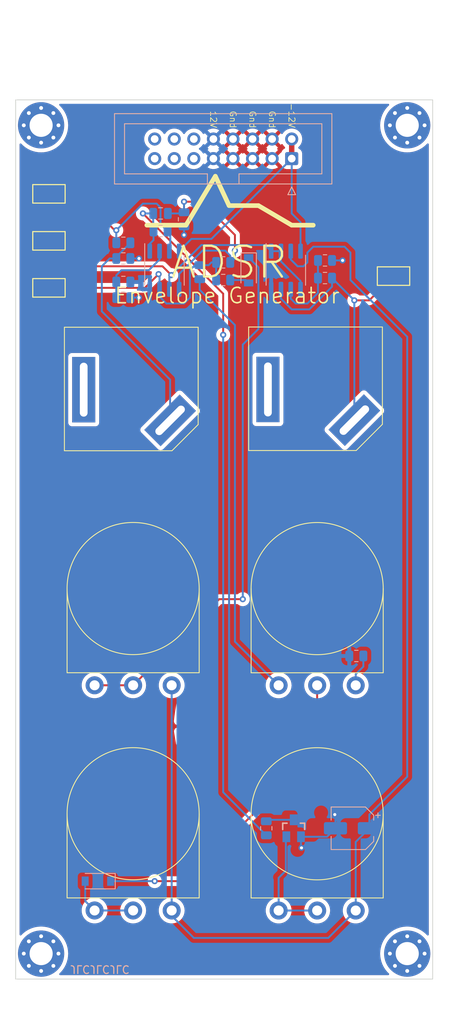
<source format=kicad_pcb>
(kicad_pcb (version 20211014) (generator pcbnew)
  (layers (0 "F.Cu" signal) (31 "B.Cu" signal) (34 "B.Paste" user) (35 "F.Paste" user) (36 "B.SilkS" user "B.Silkscreen") (37 "F.SilkS" user "F.Silkscreen") (38 "B.Mask" user) (39 "F.Mask" user) (44 "Edge.Cuts" user))
  (net 0 "")
  (net 1 "Net-(C1-Pad1)")
  (net 2 "Net-(C1-Pad2)")
  (net 3 "-12V")
  (net 4 "GND")
  (net 5 "+12V")
  (net 12 "GATE")
  (net 13 "ENVELOPE_OUT")
  (net 14 "Net-(Q1-Pad2)")
  (net 15 "Net-(Q1-Pad3)")
  (net 16 "/ATTACK_PHASE")
  (net 17 "Net-(R3-Pad2)")
  (net 18 "Net-(R10-Pad2)")
  (net 19 "Net-(R10-Pad1)")
  (net 20 "Net-(R11-Pad2)")
  (net 21 "Net-(R12-Pad1)")
  (net 22 "Net-(C2-Pad1)")
  (net 23 "Net-(TP3-Pad1)")
  (net 24 "Net-(RV2-Pad2)")
  (net 25 "Net-(R9-Pad1)")
  (net 26 "Net-(RV3-Pad2)")
  (net 27 "Net-(RV4-Pad2)")
  (footprint "MountingHole:MountingHole_3mm_Pad_Via" (layer "F.Cu") (at 257.81 41.656)
    (fp_text reference "REF**" hide)
    (fp_text value "MountingHole_3mm_Pad_Via" hide)
    (pad "1" thru_hole circle locked (at 2.25 0) (size 0.8 0.8) (drill 0.5) (layers *.Cu *.Mask))
    (pad "1" thru_hole circle locked (at 1.59099 -1.59099) (size 0.8 0.8) (drill 0.5) (layers *.Cu *.Mask))
    (pad "1" thru_hole circle locked (at 0 -2.25) (size 0.8 0.8) (drill 0.5) (layers *.Cu *.Mask))
    (pad "1" thru_hole circle locked (at 1.59099 1.59099) (size 0.8 0.8) (drill 0.5) (layers *.Cu *.Mask))
    (pad "1" thru_hole circle locked (at 0 2.25) (size 0.8 0.8) (drill 0.5) (layers *.Cu *.Mask))
    (pad "1" thru_hole circle locked (at -2.25 0) (size 0.8 0.8) (drill 0.5) (layers *.Cu *.Mask))
    (pad "1" thru_hole circle locked (at 0 0) (size 6 6) (drill 3) (layers *.Cu *.Mask))
    (pad "1" thru_hole circle locked (at -1.59099 -1.59099) (size 0.8 0.8) (drill 0.5) (layers *.Cu *.Mask))
    (pad "1" thru_hole circle locked (at -1.59099 1.59099) (size 0.8 0.8) (drill 0.5) (layers *.Cu *.Mask))
  )
  (footprint "Potentiometer_THT:Potentiometer_Omeg_PC16BU_Vertical" (layer "F.Cu") (at 251.126 143.51 90)
    (fp_text reference "RV1" hide)
    (fp_text value "R_Potentiometer_US" hide)
    (fp_line (start 1.63 -13.57) (end 1.63 3.57) (layer "F.SilkS") (width 0.12))
    (fp_line (start 1.63 -13.57) (end 12.55 -13.57) (layer "F.SilkS") (width 0.12))
    (fp_line (start 1.63 3.57) (end 12.55 3.57) (layer "F.SilkS") (width 0.12))
    (fp_circle (center 12.55 -5) (end 21.12 -5) (layer "F.SilkS") (width 0.12) (fill none))
    (pad "1" thru_hole circle (at 0 0 90) (size 2.34 2.34) (drill 1.3) (layers *.Cu *.Mask) (net 22 "Net-(C2-Pad1)"))
    (pad "2" thru_hole circle (at 0 -5 90) (size 2.34 2.34) (drill 1.3) (layers *.Cu *.Mask) (net 15 "Net-(Q1-Pad3)"))
    (pad "3" thru_hole circle (at 0 -10 90) (size 2.34 2.34) (drill 1.3) (layers *.Cu *.Mask) (net 15 "Net-(Q1-Pad3)"))
  )
  (footprint "MountingHole:MountingHole_3mm_Pad_Via" (layer "F.Cu") (at 257.81 149.098)
    (fp_text reference "REF**" hide)
    (fp_text value "MountingHole_3mm_Pad_Via" hide)
    (pad "1" thru_hole circle locked (at 0 0) (size 6 6) (drill 3) (layers *.Cu *.Mask))
    (pad "1" thru_hole circle locked (at 2.25 0) (size 0.8 0.8) (drill 0.5) (layers *.Cu *.Mask))
    (pad "1" thru_hole circle locked (at 0 -2.25) (size 0.8 0.8) (drill 0.5) (layers *.Cu *.Mask))
    (pad "1" thru_hole circle locked (at -1.59099 -1.59099) (size 0.8 0.8) (drill 0.5) (layers *.Cu *.Mask))
    (pad "1" thru_hole circle locked (at -1.59099 1.59099) (size 0.8 0.8) (drill 0.5) (layers *.Cu *.Mask))
    (pad "1" thru_hole circle locked (at 1.59099 -1.59099) (size 0.8 0.8) (drill 0.5) (layers *.Cu *.Mask))
    (pad "1" thru_hole circle locked (at -2.25 0) (size 0.8 0.8) (drill 0.5) (layers *.Cu *.Mask))
    (pad "1" thru_hole circle locked (at 1.59099 1.59099) (size 0.8 0.8) (drill 0.5) (layers *.Cu *.Mask))
    (pad "1" thru_hole circle locked (at 0 2.25) (size 0.8 0.8) (drill 0.5) (layers *.Cu *.Mask))
  )
  (footprint "Potentiometer_THT:Potentiometer_Omeg_PC16BU_Vertical" (layer "F.Cu") (at 227.25 143.504 90)
    (fp_text reference "RV4" hide)
    (fp_text value "R_Potentiometer_US" hide)
    (fp_line (start 1.63 -13.57) (end 1.63 3.57) (layer "F.SilkS") (width 0.12))
    (fp_line (start 1.63 3.57) (end 12.55 3.57) (layer "F.SilkS") (width 0.12))
    (fp_line (start 1.63 -13.57) (end 12.55 -13.57) (layer "F.SilkS") (width 0.12))
    (fp_circle (center 12.55 -5) (end 21.12 -5) (layer "F.SilkS") (width 0.12) (fill none))
    (pad "1" thru_hole circle (at 0 0 90) (size 2.34 2.34) (drill 1.3) (layers *.Cu *.Mask) (net 22 "Net-(C2-Pad1)"))
    (pad "2" thru_hole circle (at 0 -5 90) (size 2.34 2.34) (drill 1.3) (layers *.Cu *.Mask) (net 27 "Net-(RV4-Pad2)"))
    (pad "3" thru_hole circle (at 0 -10 90) (size 2.34 2.34) (drill 1.3) (layers *.Cu *.Mask) (net 27 "Net-(RV4-Pad2)"))
  )
  (footprint "LIBRARY-8-bit-computer:ACJS-MV35-3S-audio-jack" (layer "F.Cu") (at 245.364 75.184)
    (fp_text reference "J3" hide)
    (fp_text value "Conn_01x01" hide)
    (fp_line (start -8.128 8.655) (end 5.825 8.655) (layer "F.SilkS") (width 0.12))
    (fp_line (start 9.225 -7.366) (end -8.128 -7.366) (layer "F.SilkS") (width 0.12))
    (fp_line (start -8.128 -7.366) (end -8.128 8.655) (layer "F.SilkS") (width 0.12))
    (fp_line (start 9.225 5.265) (end 9.225 -7.366) (layer "F.SilkS") (width 0.12))
    (fp_line (start 5.825 8.655) (end 9.225 5.255) (layer "F.SilkS") (width 0.12))
    (pad "" thru_hole rect (at -5.625 0.733) (size 3 8.5) (drill oval 1 7) (layers *.Cu *.Mask))
    (pad "1" thru_hole rect (at 5.585 4.715 315) (size 3 6.5) (drill oval 1 5) (layers *.Cu *.Mask) (net 13 "ENVELOPE_OUT"))
  )
  (footprint "TestPoint:TestPoint_Keystone_5019_Minature" (layer "F.Cu") (at 211.328 50.546)
    (fp_text reference "TP1" hide)
    (fp_text value "TestPoint" hide)
    (fp_line (start 2.1 1.2) (end -2.1 1.2) (layer "F.SilkS") (width 0.15))
    (fp_line (start -2.1 1.2) (end -2.1 -1.2) (layer "F.SilkS") (width 0.15))
    (fp_line (start 2.1 -1.2) (end 2.1 1.2) (layer "F.SilkS") (width 0.15))
    (fp_line (start -2.1 -1.2) (end 2.1 -1.2) (layer "F.SilkS") (width 0.15))
    (pad "1" smd rect locked (at 0 0) (size 3.8 2) (layers "F.Cu" "F.Paste" "F.Mask") (net 16 "/ATTACK_PHASE"))
  )
  (footprint "TestPoint:TestPoint_Keystone_5019_Minature" (layer "F.Cu") (at 256.032 61.214)
    (fp_text reference "TP4" hide)
    (fp_text value "TestPoint" hide)
    (fp_line (start -2.1 1.2) (end -2.1 -1.2) (layer "F.SilkS") (width 0.15))
    (fp_line (start 2.1 1.2) (end -2.1 1.2) (layer "F.SilkS") (width 0.15))
    (fp_line (start 2.1 -1.2) (end 2.1 1.2) (layer "F.SilkS") (width 0.15))
    (fp_line (start -2.1 -1.2) (end 2.1 -1.2) (layer "F.SilkS") (width 0.15))
    (pad "1" smd rect locked (at 0 0) (size 3.8 2) (layers "F.Cu" "F.Paste" "F.Mask") (net 13 "ENVELOPE_OUT"))
  )
  (footprint "LIBRARY-8-bit-computer:ACJS-MV35-3S-audio-jack" (layer "F.Cu") (at 221.463 75.214)
    (fp_text reference "J2" hide)
    (fp_text value "Conn_01x01" hide)
    (fp_line (start 9.225 -7.366) (end -8.128 -7.366) (layer "F.SilkS") (width 0.12))
    (fp_line (start 5.825 8.655) (end 9.225 5.255) (layer "F.SilkS") (width 0.12))
    (fp_line (start -8.128 8.655) (end 5.825 8.655) (layer "F.SilkS") (width 0.12))
    (fp_line (start -8.128 -7.366) (end -8.128 8.655) (layer "F.SilkS") (width 0.12))
    (fp_line (start 9.225 5.265) (end 9.225 -7.366) (layer "F.SilkS") (width 0.12))
    (pad "" thru_hole rect (at -5.625 0.733) (size 3 8.5) (drill oval 1 7) (layers *.Cu *.Mask))
    (pad "1" thru_hole rect (at 5.585 4.715 315) (size 3 6.5) (drill oval 1 5) (layers *.Cu *.Mask) (net 12 "GATE"))
  )
  (footprint "MountingHole:MountingHole_3mm_Pad_Via" (layer "F.Cu") (at 210.312 41.656)
    (fp_text reference "REF**" hide)
    (fp_text value "MountingHole_3mm_Pad_Via" hide)
    (pad "1" thru_hole circle locked (at -1.59099 -1.59099) (size 0.8 0.8) (drill 0.5) (layers *.Cu *.Mask))
    (pad "1" thru_hole circle locked (at 0 0) (size 6 6) (drill 3) (layers *.Cu *.Mask))
    (pad "1" thru_hole circle locked (at 2.25 0) (size 0.8 0.8) (drill 0.5) (layers *.Cu *.Mask))
    (pad "1" thru_hole circle locked (at 0 2.25) (size 0.8 0.8) (drill 0.5) (layers *.Cu *.Mask))
    (pad "1" thru_hole circle locked (at -1.59099 1.59099) (size 0.8 0.8) (drill 0.5) (layers *.Cu *.Mask))
    (pad "1" thru_hole circle locked (at 0 -2.25) (size 0.8 0.8) (drill 0.5) (layers *.Cu *.Mask))
    (pad "1" thru_hole circle locked (at 1.59099 -1.59099) (size 0.8 0.8) (drill 0.5) (layers *.Cu *.Mask))
    (pad "1" thru_hole circle locked (at -2.25 0) (size 0.8 0.8) (drill 0.5) (layers *.Cu *.Mask))
    (pad "1" thru_hole circle locked (at 1.59099 1.59099) (size 0.8 0.8) (drill 0.5) (layers *.Cu *.Mask))
  )
  (footprint "MountingHole:MountingHole_3mm_Pad_Via" (layer "F.Cu") (at 210.312 149.098)
    (fp_text reference "REF**" hide)
    (fp_text value "MountingHole_3mm_Pad_Via" hide)
    (pad "1" thru_hole circle locked (at -1.59099 1.59099) (size 0.8 0.8) (drill 0.5) (layers *.Cu *.Mask))
    (pad "1" thru_hole circle locked (at 0 0) (size 6 6) (drill 3) (layers *.Cu *.Mask))
    (pad "1" thru_hole circle locked (at 1.59099 1.59099) (size 0.8 0.8) (drill 0.5) (layers *.Cu *.Mask))
    (pad "1" thru_hole circle locked (at 2.25 0) (size 0.8 0.8) (drill 0.5) (layers *.Cu *.Mask))
    (pad "1" thru_hole circle locked (at -2.25 0) (size 0.8 0.8) (drill 0.5) (layers *.Cu *.Mask))
    (pad "1" thru_hole circle locked (at 0 2.25) (size 0.8 0.8) (drill 0.5) (layers *.Cu *.Mask))
    (pad "1" thru_hole circle locked (at 1.59099 -1.59099) (size 0.8 0.8) (drill 0.5) (layers *.Cu *.Mask))
    (pad "1" thru_hole circle locked (at -1.59099 -1.59099) (size 0.8 0.8) (drill 0.5) (layers *.Cu *.Mask))
    (pad "1" thru_hole circle locked (at 0 -2.25) (size 0.8 0.8) (drill 0.5) (layers *.Cu *.Mask))
  )
  (footprint "TestPoint:TestPoint_Keystone_5019_Minature" (layer "F.Cu") (at 211.328 56.642)
    (fp_text reference "TP3" hide)
    (fp_text value "TestPoint" hide)
    (fp_line (start 2.1 1.2) (end -2.1 1.2) (layer "F.SilkS") (width 0.15))
    (fp_line (start 2.1 -1.2) (end 2.1 1.2) (layer "F.SilkS") (width 0.15))
    (fp_line (start -2.1 -1.2) (end 2.1 -1.2) (layer "F.SilkS") (width 0.15))
    (fp_line (start -2.1 1.2) (end -2.1 -1.2) (layer "F.SilkS") (width 0.15))
    (pad "1" smd rect locked (at 0 0) (size 3.8 2) (layers "F.Cu" "F.Paste" "F.Mask") (net 23 "Net-(TP3-Pad1)"))
  )
  (footprint "TestPoint:TestPoint_Keystone_5019_Minature" (layer "F.Cu") (at 211.328 62.738)
    (fp_text reference "TP2" hide)
    (fp_text value "TestPoint" hide)
    (fp_line (start -2.1 -1.2) (end 2.1 -1.2) (layer "F.SilkS") (width 0.15))
    (fp_line (start 2.1 1.2) (end -2.1 1.2) (layer "F.SilkS") (width 0.15))
    (fp_line (start -2.1 1.2) (end -2.1 -1.2) (layer "F.SilkS") (width 0.15))
    (fp_line (start 2.1 -1.2) (end 2.1 1.2) (layer "F.SilkS") (width 0.15))
    (pad "1" smd rect locked (at 0 0) (size 3.8 2) (layers "F.Cu" "F.Paste" "F.Mask") (net 18 "Net-(R10-Pad2)"))
  )
  (footprint "Potentiometer_THT:Potentiometer_Omeg_PC16BU_Vertical" (layer "F.Cu") (at 227.25 114.294 90)
    (fp_text reference "RV2" hide)
    (fp_text value "R_Potentiometer_US" hide)
    (fp_line (start 1.63 -13.57) (end 12.55 -13.57) (layer "F.SilkS") (width 0.12))
    (fp_line (start 1.63 -13.57) (end 1.63 3.57) (layer "F.SilkS") (width 0.12))
    (fp_line (start 1.63 3.57) (end 12.55 3.57) (layer "F.SilkS") (width 0.12))
    (fp_circle (center 12.55 -5) (end 21.12 -5) (layer "F.SilkS") (width 0.12) (fill none))
    (pad "1" thru_hole circle (at 0 0 90) (size 2.34 2.34) (drill 1.3) (layers *.Cu *.Mask) (net 22 "Net-(C2-Pad1)"))
    (pad "2" thru_hole circle (at 0 -5 90) (size 2.34 2.34) (drill 1.3) (layers *.Cu *.Mask) (net 24 "Net-(RV2-Pad2)"))
    (pad "3" thru_hole circle (at 0 -10 90) (size 2.34 2.34) (drill 1.3) (layers *.Cu *.Mask) (net 24 "Net-(RV2-Pad2)"))
  )
  (footprint "Potentiometer_THT:Potentiometer_Omeg_PC16BU_Vertical" (layer "F.Cu") (at 251.126 114.3 90)
    (fp_text reference "RV3" hide)
    (fp_text value "R_Potentiometer_US" hide)
    (fp_line (start 1.63 -13.57) (end 12.55 -13.57) (layer "F.SilkS") (width 0.12))
    (fp_line (start 1.63 3.57) (end 12.55 3.57) (layer "F.SilkS") (width 0.12))
    (fp_line (start 1.63 -13.57) (end 1.63 3.57) (layer "F.SilkS") (width 0.12))
    (fp_circle (center 12.55 -5) (end 21.12 -5) (layer "F.SilkS") (width 0.12) (fill none))
    (pad "1" thru_hole circle (at 0 0 90) (size 2.34 2.34) (drill 1.3) (layers *.Cu *.Mask) (net 20 "Net-(R11-Pad2)"))
    (pad "2" thru_hole circle (at 0 -5 90) (size 2.34 2.34) (drill 1.3) (layers *.Cu *.Mask) (net 26 "Net-(RV3-Pad2)"))
    (pad "3" thru_hole circle (at 0 -10 90) (size 2.34 2.34) (drill 1.3) (layers *.Cu *.Mask) (net 19 "Net-(R10-Pad1)"))
  )
  (footprint "Resistor_SMD:R_0805_2012Metric" (layer "B.Cu") (at 228.854 53.848 90)
    (fp_text reference "R6" hide)
    (fp_text value "R_Small_US" hide)
    (fp_line (start -0.227064 -0.735) (end 0.227064 -0.735) (layer "B.SilkS") (width 0.12))
    (fp_line (start -0.227064 0.735) (end 0.227064 0.735) (layer "B.SilkS") (width 0.12))
    (pad "1" smd roundrect (at -0.9125 0 90) (size 1.025 1.4) (layers "B.Cu" "B.Paste" "B.Mask") (roundrect_rratio 0.243902439) (net 4 "GND"))
    (pad "2" smd roundrect (at 0.9125 0 90) (size 1.025 1.4) (layers "B.Cu" "B.Paste" "B.Mask") (roundrect_rratio 0.243902439) (net 2 "Net-(C1-Pad2)"))
  )
  (footprint "Capacitor_SMD:CP_Elec_5x5.4" (layer "B.Cu") (at 250.698 132.842 180)
    (fp_text reference "C2" hide)
    (fp_text value "C_Polarized_Small_US" hide)
    (fp_line (start -1.695563 -2.76) (end 2.76 -2.76) (layer "B.SilkS") (width 0.12))
    (fp_line (start 2.76 -2.76) (end 2.76 -1.06) (layer "B.SilkS") (width 0.12))
    (fp_line (start -2.76 -1.695563) (end -2.76 -1.06) (layer "B.SilkS") (width 0.12))
    (fp_line (start -3.3125 1.9975) (end -3.3125 1.3725) (layer "B.SilkS") (width 0.12))
    (fp_line (start -2.76 1.695563) (end -2.76 1.06) (layer "B.SilkS") (width 0.12))
    (fp_line (start -2.76 1.695563) (end -1.695563 2.76) (layer "B.SilkS") (width 0.12))
    (fp_line (start -3.625 1.685) (end -3 1.685) (layer "B.SilkS") (width 0.12))
    (fp_line (start -1.695563 2.76) (end 2.76 2.76) (layer "B.SilkS") (width 0.12))
    (fp_line (start -2.76 -1.695563) (end -1.695563 -2.76) (layer "B.SilkS") (width 0.12))
    (fp_line (start 2.76 2.76) (end 2.76 1.06) (layer "B.SilkS") (width 0.12))
    (pad "1" smd roundrect locked (at -2.2 0 180) (size 3 1.6) (layers "B.Cu" "B.Paste" "B.Mask") (roundrect_rratio 0.15625) (net 22 "Net-(C2-Pad1)"))
    (pad "2" smd roundrect locked (at 2.2 0 180) (size 3 1.6) (layers "B.Cu" "B.Paste" "B.Mask") (roundrect_rratio 0.15625) (net 4 "GND"))
  )
  (footprint "Capacitor_SMD:C_0805_2012Metric" (layer "B.Cu") (at 225.806 53.086)
    (fp_text reference "C1" hide)
    (fp_text value "C" hide)
    (fp_line (start -0.261252 -0.735) (end 0.261252 -0.735) (layer "B.SilkS") (width 0.12))
    (fp_line (start -0.261252 0.735) (end 0.261252 0.735) (layer "B.SilkS") (width 0.12))
    (pad "1" smd roundrect locked (at -0.95 0) (size 1 1.45) (layers "B.Cu" "B.Paste" "B.Mask") (net 1 "Net-(C1-Pad1)"))
    (pad "2" smd roundrect locked (at 0.95 0) (size 1 1.45) (layers "B.Cu" "B.Paste" "B.Mask") (net 2 "Net-(C1-Pad2)"))
  )
  (footprint "Resistor_SMD:R_0805_2012Metric" (layer "B.Cu") (at 239.522 132.842 -90)
    (fp_text reference "R8" hide)
    (fp_text value "R_Small_US" hide)
    (fp_line (start -0.227064 0.735) (end 0.227064 0.735) (layer "B.SilkS") (width 0.12))
    (fp_line (start -0.227064 -0.735) (end 0.227064 -0.735) (layer "B.SilkS") (width 0.12))
    (pad "1" smd roundrect (at -0.9125 0 270) (size 1.025 1.4) (layers "B.Cu" "B.Paste" "B.Mask") (roundrect_rratio 0.243902439) (net 14 "Net-(Q1-Pad2)"))
    (pad "2" smd roundrect (at 0.9125 0 270) (size 1.025 1.4) (layers "B.Cu" "B.Paste" "B.Mask") (roundrect_rratio 0.243902439) (net 1 "Net-(C1-Pad1)"))
  )
  (footprint "Diode_SMD:D_SOD-123" (layer "B.Cu") (at 217.678 139.7 180)
    (fp_text reference "D3" hide)
    (fp_text value "BAT43W-V" hide)
    (fp_line (start -2.25 -1) (end 1.65 -1) (layer "B.SilkS") (width 0.12))
    (fp_line (start -2.25 1) (end 1.65 1) (layer "B.SilkS") (width 0.12))
    (fp_line (start -2.25 1) (end -2.25 -1) (layer "B.SilkS") (width 0.12))
    (pad "1" smd rect locked (at -1.65 0 180) (size 0.9 1.2) (layers "B.Cu" "B.Paste" "B.Mask") (net 26 "Net-(RV3-Pad2)"))
    (pad "2" smd rect locked (at 1.65 0 180) (size 0.9 1.2) (layers "B.Cu" "B.Paste" "B.Mask") (net 27 "Net-(RV4-Pad2)"))
  )
  (footprint "Resistor_SMD:R_0805_2012Metric" (layer "B.Cu") (at 233.934 61.722 180)
    (fp_text reference "R9" hide)
    (fp_text value "R_Small_US" hide)
    (fp_line (start -0.227064 -0.735) (end 0.227064 -0.735) (layer "B.SilkS") (width 0.12))
    (fp_line (start -0.227064 0.735) (end 0.227064 0.735) (layer "B.SilkS") (width 0.12))
    (pad "1" smd roundrect (at -0.9125 0 180) (size 1.025 1.4) (layers "B.Cu" "B.Paste" "B.Mask") (roundrect_rratio 0.243902439) (net 25 "Net-(R9-Pad1)"))
    (pad "2" smd roundrect (at 0.9125 0 180) (size 1.025 1.4) (layers "B.Cu" "B.Paste" "B.Mask") (roundrect_rratio 0.243902439) (net 18 "Net-(R10-Pad2)"))
  )
  (footprint "Resistor_SMD:R_0805_2012Metric" (layer "B.Cu") (at 225.806 55.372 180)
    (fp_text reference "R5" hide)
    (fp_text value "R_Small_US" hide)
    (fp_line (start -0.227064 -0.735) (end 0.227064 -0.735) (layer "B.SilkS") (width 0.12))
    (fp_line (start -0.227064 0.735) (end 0.227064 0.735) (layer "B.SilkS") (width 0.12))
    (pad "1" smd roundrect (at -0.9125 0 180) (size 1.025 1.4) (layers "B.Cu" "B.Paste" "B.Mask") (roundrect_rratio 0.243902439) (net 16 "/ATTACK_PHASE"))
    (pad "2" smd roundrect (at 0.9125 0 180) (size 1.025 1.4) (layers "B.Cu" "B.Paste" "B.Mask") (roundrect_rratio 0.243902439) (net 1 "Net-(C1-Pad1)"))
  )
  (footprint "Resistor_SMD:R_0805_2012Metric" (layer "B.Cu") (at 233.934 59.436)
    (fp_text reference "R7" hide)
    (fp_text value "R_Small_US" hide)
    (fp_line (start -0.227064 -0.735) (end 0.227064 -0.735) (layer "B.SilkS") (width 0.12))
    (fp_line (start -0.227064 0.735) (end 0.227064 0.735) (layer "B.SilkS") (width 0.12))
    (pad "1" smd roundrect (at -0.9125 0) (size 1.025 1.4) (layers "B.Cu" "B.Paste" "B.Mask") (roundrect_rratio 0.243902439) (net 18 "Net-(R10-Pad2)"))
    (pad "2" smd roundrect (at 0.9125 0) (size 1.025 1.4) (layers "B.Cu" "B.Paste" "B.Mask") (roundrect_rratio 0.243902439) (net 2 "Net-(C1-Pad2)"))
  )
  (footprint "Resistor_SMD:R_0805_2012Metric" (layer "B.Cu") (at 230.886 60.706 90)
    (fp_text reference "R10" hide)
    (fp_text value "R_Small_US" hide)
    (fp_line (start -0.227064 -0.735) (end 0.227064 -0.735) (layer "B.SilkS") (width 0.12))
    (fp_line (start -0.227064 0.735) (end 0.227064 0.735) (layer "B.SilkS") (width 0.12))
    (pad "1" smd roundrect (at -0.9125 0 90) (size 1.025 1.4) (layers "B.Cu" "B.Paste" "B.Mask") (roundrect_rratio 0.243902439) (net 19 "Net-(R10-Pad1)"))
    (pad "2" smd roundrect (at 0.9125 0 90) (size 1.025 1.4) (layers "B.Cu" "B.Paste" "B.Mask") (roundrect_rratio 0.243902439) (net 18 "Net-(R10-Pad2)"))
  )
  (footprint "LIBRARY-8-bit-computer:SOT23-BEC_PNP" (layer "B.Cu") (at 243.078 132.842 180)
    (fp_text reference "Q1" hide)
    (fp_text value "BC556" hide)
    (fp_line (start 0.8636 0.6604) (end 1.4224 0.6604) (layer "B.SilkS") (width 0.2032))
    (fp_line (start -1.4224 -0.1524) (end -1.4224 0.6604) (layer "B.SilkS") (width 0.2032))
    (fp_line (start 1.4224 0.6604) (end 1.4224 -0.1524) (layer "B.SilkS") (width 0.2032))
    (fp_line (start -1.4224 0.6604) (end -0.8636 0.6604) (layer "B.SilkS") (width 0.2032))
    (pad "1" smd rect (at -0.95 -1.1 180) (size 1 1.4) (layers "B.Cu" "B.Paste" "B.Mask") (net 4 "GND"))
    (pad "2" smd rect (at 0 1.1 180) (size 1 1.4) (layers "B.Cu" "B.Paste" "B.Mask") (net 14 "Net-(Q1-Pad2)"))
    (pad "3" smd rect (at 0.95 -1.1 180) (size 1 1.4) (layers "B.Cu" "B.Paste" "B.Mask") (net 15 "Net-(Q1-Pad3)"))
  )
  (footprint "Package_SO:SOIC-8_3.9x4.9mm_P1.27mm" (layer "B.Cu") (at 226.314 60.452 -90)
    (fp_text reference "U1" hide)
    (fp_text value "MC1458" hide)
    (fp_line (start 0 -2.56) (end -1.95 -2.56) (layer "B.SilkS") (width 0.12))
    (fp_line (start 0 2.56) (end -3.45 2.56) (layer "B.SilkS") (width 0.12))
    (fp_line (start 0 -2.56) (end 1.95 -2.56) (layer "B.SilkS") (width 0.12))
    (fp_line (start 0 2.56) (end 1.95 2.56) (layer "B.SilkS") (width 0.12))
    (pad "1" smd roundrect locked (at -2.475 1.905 270) (size 1.95 0.6) (layers "B.Cu" "B.Paste" "B.Mask") (net 1 "Net-(C1-Pad1)"))
    (pad "2" smd roundrect locked (at -2.475 0.635 270) (size 1.95 0.6) (layers "B.Cu" "B.Paste" "B.Mask") (net 17 "Net-(R3-Pad2)"))
    (pad "3" smd roundrect locked (at -2.475 -0.635 270) (size 1.95 0.6) (layers "B.Cu" "B.Paste" "B.Mask") (net 16 "/ATTACK_PHASE"))
    (pad "4" smd roundrect locked (at -2.475 -1.905 270) (size 1.95 0.6) (layers "B.Cu" "B.Paste" "B.Mask") (net 3 "-12V"))
    (pad "5" smd roundrect locked (at 2.475 -1.905 270) (size 1.95 0.6) (layers "B.Cu" "B.Paste" "B.Mask") (net 2 "Net-(C1-Pad2)"))
    (pad "6" smd roundrect locked (at 2.475 -0.635 270) (size 1.95 0.6) (layers "B.Cu" "B.Paste" "B.Mask") (net 23 "Net-(TP3-Pad1)"))
    (pad "7" smd roundrect locked (at 2.475 0.635 270) (size 1.95 0.6) (layers "B.Cu" "B.Paste" "B.Mask") (net 18 "Net-(R10-Pad2)"))
    (pad "8" smd roundrect locked (at 2.475 1.905 270) (size 1.95 0.6) (layers "B.Cu" "B.Paste" "B.Mask") (net 5 "+12V"))
  )
  (footprint "Resistor_SMD:R_0805_2012Metric" (layer "B.Cu") (at 220.98 58.928)
    (fp_text reference "R1" hide)
    (fp_text value "R_Small_US" hide)
    (fp_line (start -0.227064 0.735) (end 0.227064 0.735) (layer "B.SilkS") (width 0.12))
    (fp_line (start -0.227064 -0.735) (end 0.227064 -0.735) (layer "B.SilkS") (width 0.12))
    (pad "1" smd roundrect (at -0.9125 0) (size 1.025 1.4) (layers "B.Cu" "B.Paste" "B.Mask") (roundrect_rratio 0.243902439) (net 12 "GATE"))
    (pad "2" smd roundrect (at 0.9125 0) (size 1.025 1.4) (layers "B.Cu" "B.Paste" "B.Mask") (roundrect_rratio 0.243902439) (net 4 "GND"))
  )
  (footprint "Resistor_SMD:R_0805_2012Metric" (layer "B.Cu") (at 247.142 59.182)
    (fp_text reference "R12" hide)
    (fp_text value "R_Small_US" hide)
    (fp_line (start -0.227064 0.735) (end 0.227064 0.735) (layer "B.SilkS") (width 0.12))
    (fp_line (start -0.227064 -0.735) (end 0.227064 -0.735) (layer "B.SilkS") (width 0.12))
    (pad "1" smd roundrect (at -0.9125 0) (size 1.025 1.4) (layers "B.Cu" "B.Paste" "B.Mask") (roundrect_rratio 0.243902439) (net 21 "Net-(R12-Pad1)"))
    (pad "2" smd roundrect (at 0.9125 0) (size 1.025 1.4) (layers "B.Cu" "B.Paste" "B.Mask") (roundrect_rratio 0.243902439) (net 4 "GND"))
  )
  (footprint "Resistor_SMD:R_0805_2012Metric" (layer "B.Cu") (at 220.98 56.896 180)
    (fp_text reference "R2" hide)
    (fp_text value "R_Small_US" hide)
    (fp_line (start -0.227064 0.735) (end 0.227064 0.735) (layer "B.SilkS") (width 0.12))
    (fp_line (start -0.227064 -0.735) (end 0.227064 -0.735) (layer "B.SilkS") (width 0.12))
    (pad "1" smd roundrect (at -0.9125 0 180) (size 1.025 1.4) (layers "B.Cu" "B.Paste" "B.Mask") (roundrect_rratio 0.243902439) (net 12 "GATE"))
    (pad "2" smd roundrect (at 0.9125 0 180) (size 1.025 1.4) (layers "B.Cu" "B.Paste" "B.Mask") (roundrect_rratio 0.243902439) (net 16 "/ATTACK_PHASE"))
  )
  (footprint "Resistor_SMD:R_0805_2012Metric" (layer "B.Cu") (at 251.206 110.49)
    (fp_text reference "R11" hide)
    (fp_text value "R_Small_US" hide)
    (fp_line (start -0.227064 -0.735) (end 0.227064 -0.735) (layer "B.SilkS") (width 0.12))
    (fp_line (start -0.227064 0.735) (end 0.227064 0.735) (layer "B.SilkS") (width 0.12))
    (pad "1" smd roundrect (at -0.9125 0) (size 1.025 1.4) (layers "B.Cu" "B.Paste" "B.Mask") (roundrect_rratio 0.243902439) (net 5 "+12V"))
    (pad "2" smd roundrect (at 0.9125 0) (size 1.025 1.4) (layers "B.Cu" "B.Paste" "B.Mask") (roundrect_rratio 0.243902439) (net 20 "Net-(R11-Pad2)"))
  )
  (footprint "Resistor_SMD:R_0805_2012Metric" (layer "B.Cu") (at 220.98 61.976)
    (fp_text reference "R4" hide)
    (fp_text value "R_Small_US" hide)
    (fp_line (start -0.227064 -0.735) (end 0.227064 -0.735) (layer "B.SilkS") (width 0.12))
    (fp_line (start -0.227064 0.735) (end 0.227064 0.735) (layer "B.SilkS") (width 0.12))
    (pad "1" smd roundrect (at -0.9125 0) (size 1.025 1.4) (layers "B.Cu" "B.Paste" "B.Mask") (roundrect_rratio 0.243902439) (net 17 "Net-(R3-Pad2)"))
    (pad "2" smd roundrect (at 0.9125 0) (size 1.025 1.4) (layers "B.Cu" "B.Paste" "B.Mask") (roundrect_rratio 0.243902439) (net 5 "+12V"))
  )
  (footprint "Diode_SMD:D_SOD-123" (layer "B.Cu") (at 237.236 60.452 -90)
    (fp_text reference "D2" hide)
    (fp_text value "BAT43W-V" hide)
    (fp_line (start -2.25 -1) (end 1.65 -1) (layer "B.SilkS") (width 0.12))
    (fp_line (start -2.25 1) (end -2.25 -1) (layer "B.SilkS") (width 0.12))
    (fp_line (start -2.25 1) (end 1.65 1) (layer "B.SilkS") (width 0.12))
    (pad "1" smd rect locked (at -1.65 0 270) (size 0.9 1.2) (layers "B.Cu" "B.Paste" "B.Mask") (net 24 "Net-(RV2-Pad2)"))
    (pad "2" smd rect locked (at 1.65 0 270) (size 0.9 1.2) (layers "B.Cu" "B.Paste" "B.Mask") (net 25 "Net-(R9-Pad1)"))
  )
  (footprint "Resistor_SMD:R_0805_2012Metric" (layer "B.Cu") (at 247.142 61.468 180)
    (fp_text reference "R13" hide)
    (fp_text value "R_Small_US" hide)
    (fp_line (start -0.227064 0.735) (end 0.227064 0.735) (layer "B.SilkS") (width 0.12))
    (fp_line (start -0.227064 -0.735) (end 0.227064 -0.735) (layer "B.SilkS") (width 0.12))
    (pad "1" smd roundrect (at -0.9125 0 180) (size 1.025 1.4) (layers "B.Cu" "B.Paste" "B.Mask") (roundrect_rratio 0.243902439) (net 13 "ENVELOPE_OUT"))
    (pad "2" smd roundrect (at 0.9125 0 180) (size 1.025 1.4) (layers "B.Cu" "B.Paste" "B.Mask") (roundrect_rratio 0.243902439) (net 21 "Net-(R12-Pad1)"))
  )
  (footprint "Resistor_SMD:R_0805_2012Metric" (layer "B.Cu") (at 220.98 64.008 180)
    (fp_text reference "R3" hide)
    (fp_text value "R_Small_US" hide)
    (fp_line (start -0.227064 0.735) (end 0.227064 0.735) (layer "B.SilkS") (width 0.12))
    (fp_line (start -0.227064 -0.735) (end 0.227064 -0.735) (layer "B.SilkS") (width 0.12))
    (pad "1" smd roundrect (at -0.9125 0 180) (size 1.025 1.4) (layers "B.Cu" "B.Paste" "B.Mask") (roundrect_rratio 0.243902439) (net 4 "GND"))
    (pad "2" smd roundrect (at 0.9125 0 180) (size 1.025 1.4) (layers "B.Cu" "B.Paste" "B.Mask") (roundrect_rratio 0.243902439) (net 17 "Net-(R3-Pad2)"))
  )
  (footprint "Connector_IDC:IDC-Header_2x08_P2.54mm_Vertical" (layer "B.Cu") (at 242.824 45.974 90)
    (fp_text reference "J1" hide)
    (fp_text value "Conn_02x20_Odd_Even" hide)
    (fp_line (start -1.98 -10.94) (end -3.29 -10.94) (layer "B.SilkS") (width 0.12))
    (fp_line (start -4.68 -0.5) (end -3.68 0) (layer "B.SilkS") (width 0.12))
    (fp_line (start -3.68 0) (end -4.68 0.5) (layer "B.SilkS") (width 0.12))
    (fp_line (start 5.83 5.21) (end 5.83 -22.99) (layer "B.SilkS") (width 0.12))
    (fp_line (start 4.52 -21.69) (end -1.98 -21.69) (layer "B.SilkS") (width 0.12))
    (fp_line (start -1.98 -10.94) (end -1.98 -10.94) (layer "B.SilkS") (width 0.12))
    (fp_line (start -3.29 -6.84) (end -1.98 -6.84) (layer "B.SilkS") (width 0.12))
    (fp_line (start -1.98 -6.84) (end -1.98 3.91) (layer "B.SilkS") (width 0.12))
    (fp_line (start -3.29 -22.99) (end -3.29 5.21) (layer "B.SilkS") (width 0.12))
    (fp_line (start 5.83 -22.99) (end -3.29 -22.99) (layer "B.SilkS") (width 0.12))
    (fp_line (start -1.98 -21.69) (end -1.98 -10.94) (layer "B.SilkS") (width 0.12))
    (fp_line (start 4.52 3.91) (end 4.52 -21.69) (layer "B.SilkS") (width 0.12))
    (fp_line (start -1.98 3.91) (end 4.52 3.91) (layer "B.SilkS") (width 0.12))
    (fp_line (start -3.29 5.21) (end 5.83 5.21) (layer "B.SilkS") (width 0.12))
    (fp_line (start -4.68 0.5) (end -4.68 -0.5) (layer "B.SilkS") (width 0.12))
    (pad "1" thru_hole roundrect locked (at 0 0 90) (size 1.7 1.7) (drill 1) (layers *.Cu *.Mask) (roundrect_rratio 0.1470588235) (net 3 "-12V"))
    (pad "2" thru_hole circle locked (at 2.54 0 90) (size 1.7 1.7) (drill 1) (layers *.Cu *.Mask) (net 3 "-12V"))
    (pad "3" thru_hole circle locked (at 0 -2.54 90) (size 1.7 1.7) (drill 1) (layers *.Cu *.Mask) (net 4 "GND"))
    (pad "4" thru_hole circle locked (at 2.54 -2.54 90) (size 1.7 1.7) (drill 1) (layers *.Cu *.Mask) (net 4 "GND"))
    (pad "5" thru_hole circle locked (at 0 -5.08 90) (size 1.7 1.7) (drill 1) (layers *.Cu *.Mask) (net 4 "GND"))
    (pad "6" thru_hole circle locked (at 2.54 -5.08 90) (size 1.7 1.7) (drill 1) (layers *.Cu *.Mask) (net 4 "GND"))
    (pad "7" thru_hole circle locked (at 0 -7.62 90) (size 1.7 1.7) (drill 1) (layers *.Cu *.Mask) (net 4 "GND"))
    (pad "8" thru_hole circle locked (at 2.54 -7.62 90) (size 1.7 1.7) (drill 1) (layers *.Cu *.Mask) (net 4 "GND"))
    (pad "9" thru_hole circle locked (at 0 -10.16 90) (size 1.7 1.7) (drill 1) (layers *.Cu *.Mask) (net 5 "+12V"))
    (pad "10" thru_hole circle locked (at 2.54 -10.16 90) (size 1.7 1.7) (drill 1) (layers *.Cu *.Mask) (net 5 "+12V"))
    (pad "11" thru_hole circle locked (at 0 -12.7 90) (size 1.7 1.7) (drill 1) (layers *.Cu *.Mask))
    (pad "12" thru_hole circle locked (at 2.54 -12.7 90) (size 1.7 1.7) (drill 1) (layers *.Cu *.Mask))
    (pad "13" thru_hole circle locked (at 0 -15.24 90) (size 1.7 1.7) (drill 1) (layers *.Cu *.Mask))
    (pad "14" thru_hole circle locked (at 2.54 -15.24 90) (size 1.7 1.7) (drill 1) (layers *.Cu *.Mask))
    (pad "15" thru_hole circle locked (at 0 -17.78 90) (size 1.7 1.7) (drill 1) (layers *.Cu *.Mask))
    (pad "16" thru_hole circle locked (at 2.54 -17.78 90) (size 1.7 1.7) (drill 1) (layers *.Cu *.Mask))
  )
  (footprint "Package_SO:SOIC-8_3.9x4.9mm_P1.27mm" (layer "B.Cu") (at 242.062 60.452 -90)
    (fp_text reference "U2" hide)
    (fp_text value "MC1458" hide)
    (fp_line (start 0 2.56) (end 1.95 2.56) (layer "B.SilkS") (width 0.12))
    (fp_line (start 0 2.56) (end -3.45 2.56) (layer "B.SilkS") (width 0.12))
    (fp_line (start 0 -2.56) (end 1.95 -2.56) (layer "B.SilkS") (width 0.12))
    (fp_line (start 0 -2.56) (end -1.95 -2.56) (layer "B.SilkS") (width 0.12))
    (pad "1" smd roundrect locked (at -2.475 1.905 270) (size 1.95 0.6) (layers "B.Cu" "B.Paste" "B.Mask") (net 23 "Net-(TP3-Pad1)"))
    (pad "2" smd roundrect locked (at -2.475 0.635 270) (size 1.95 0.6) (layers "B.Cu" "B.Paste" "B.Mask") (net 23 "Net-(TP3-Pad1)"))
    (pad "3" smd roundrect locked (at -2.475 -0.635 270) (size 1.95 0.6) (layers "B.Cu" "B.Paste" "B.Mask") (net 22 "Net-(C2-Pad1)"))
    (pad "4" smd roundrect locked (at -2.475 -1.905 270) (size 1.95 0.6) (layers "B.Cu" "B.Paste" "B.Mask") (net 3 "-12V"))
    (pad "5" smd roundrect locked (at 2.475 -1.905 270) (size 1.95 0.6) (layers "B.Cu" "B.Paste" "B.Mask") (net 23 "Net-(TP3-Pad1)"))
    (pad "6" smd roundrect locked (at 2.475 -0.635 270) (size 1.95 0.6) (layers "B.Cu" "B.Paste" "B.Mask") (net 21 "Net-(R12-Pad1)"))
    (pad "7" smd roundrect locked (at 2.475 0.635 270) (size 1.95 0.6) (layers "B.Cu" "B.Paste" "B.Mask") (net 13 "ENVELOPE_OUT"))
    (pad "8" smd roundrect locked (at 2.475 1.905 270) (size 1.95 0.6) (layers "B.Cu" "B.Paste" "B.Mask") (net 5 "+12V"))
  )
  (gr_line (start 234.696 52.07) (end 238.506 52.07) (layer "F.SilkS") (width 0.6))
  (gr_line (start 238.506 52.07) (end 242.824 54.61) (layer "F.SilkS") (width 0.6))
  (gr_line (start 226.314 54.61) (end 224.028 54.61) (layer "F.SilkS") (width 0.6))
  (gr_line (start 226.314 54.61) (end 229.108 54.61) (layer "F.SilkS") (width 0.6))
  (gr_line (start 229.108 54.61) (end 232.918 48.26) (layer "F.SilkS") (width 0.6))
  (gr_line (start 242.824 54.61) (end 245.618 54.61) (layer "F.SilkS") (width 0.6))
  (gr_line (start 232.918 48.26) (end 234.696 52.07) (layer "F.SilkS") (width 0.6))
  (gr_rect (start 207.01 38.354) (end 261.112 152.4) (layer "Edge.Cuts") (width 0.1) (fill none))
  (gr_text "JLCJLCJLC" (at 217.932 151.13 180) (layer "B.SilkS") (effects (font (size 1 1)) (justify mirror)))
  (gr_text "Envelope Generator" (at 234.442 63.754) (layer "F.SilkS") (effects (font (size 2 2) (thickness 0.2))))
  (gr_text "Gnd" (at 235.204 40.894 -90) (layer "F.SilkS") (effects (font (size 0.8 0.8) (thickness 0.1))))
  (gr_text "-12V" (at 242.824 40.386 -90) (layer "F.SilkS") (effects (font (size 0.8 0.8) (thickness 0.1))))
  (gr_text "Gnd" (at 237.744 40.894 -90) (layer "F.SilkS") (effects (font (size 0.8 0.8) (thickness 0.1))))
  (gr_text "Gnd" (at 240.284 40.894 -90) (layer "F.SilkS") (effects (font (size 0.8 0.8) (thickness 0.1))))
  (gr_text "12V" (at 232.664 40.894 -90) (layer "F.SilkS") (effects (font (size 0.8 0.8) (thickness 0.1))))
  (gr_text "ADSR" (at 234.696 59.436) (layer "F.SilkS") (effects (font (size 4 4) (thickness 0.3))))
  (segment (start 233.934 63.5) (end 233.934 68.834) (width 0.25) (layer "F.Cu") (net 1))
  (segment (start 223.52 53.086) (end 233.934 63.5) (width 0.25) (layer "F.Cu") (net 1))
  (via (at 223.52 53.086) (size 0.8) (drill 0.4) (layers "F.Cu" "B.Cu") (net 1))
  (via (at 233.934 68.834) (size 0.8) (drill 0.4) (layers "F.Cu" "B.Cu") (net 1))
  (segment (start 239.522 133.7545) (end 233.934 128.1665) (width 0.25) (layer "B.Cu") (net 1))
  (segment (start 224.856 53.086) (end 224.856 55.3345) (width 0.25) (layer "B.Cu") (net 1))
  (segment (start 223.52 53.086) (end 224.856 53.086) (width 0.25) (layer "B.Cu") (net 1))
  (segment (start 233.934 128.1665) (end 233.934 68.834) (width 0.25) (layer "B.Cu") (net 1))
  (segment (start 224.8935 56.5385) (end 224.8935 55.372) (width 0.25) (layer "B.Cu") (net 1))
  (segment (start 224.409 57.977) (end 224.409 57.023) (width 0.25) (layer "B.Cu") (net 1))
  (segment (start 224.409 57.023) (end 224.8935 56.5385) (width 0.25) (layer "B.Cu") (net 1))
  (segment (start 224.856 55.3345) (end 224.8935 55.372) (width 0.25) (layer "B.Cu") (net 1))
  (segment (start 235.458 55.88) (end 235.458 57.912) (width 0.25) (layer "F.Cu") (net 2))
  (segment (start 231.14 51.562) (end 235.458 55.88) (width 0.25) (layer "F.Cu") (net 2))
  (segment (start 228.854 51.562) (end 231.14 51.562) (width 0.25) (layer "F.Cu") (net 2))
  (via (at 228.854 51.562) (size 0.8) (drill 0.4) (layers "F.Cu" "B.Cu") (net 2))
  (via (at 235.458 57.912) (size 0.8) (drill 0.4) (layers "F.Cu" "B.Cu") (net 2))
  (segment (start 226.756 53.086) (end 228.7035 53.086) (width 0.25) (layer "B.Cu") (net 2))
  (segment (start 228.219 60.935507) (end 228.219 62.927) (width 0.25) (layer "B.Cu") (net 2))
  (segment (start 234.8465 59.436) (end 234.95 59.436) (width 0.25) (layer "B.Cu") (net 2))
  (segment (start 231.242507 57.912) (end 228.219 60.935507) (width 0.25) (layer "B.Cu") (net 2))
  (segment (start 234.188 57.912) (end 231.242507 57.912) (width 0.25) (layer "B.Cu") (net 2))
  (segment (start 228.854 51.562) (end 228.854 52.9355) (width 0.25) (layer "B.Cu") (net 2))
  (segment (start 234.8465 59.436) (end 234.8465 58.5705) (width 0.25) (layer "B.Cu") (net 2))
  (segment (start 235.458 58.928) (end 235.458 57.912) (width 0.25) (layer "B.Cu") (net 2))
  (segment (start 234.8465 58.5705) (end 234.188 57.912) (width 0.25) (layer "B.Cu") (net 2))
  (segment (start 228.7035 53.086) (end 228.854 52.9355) (width 0.25) (layer "B.Cu") (net 2))
  (segment (start 234.95 59.436) (end 235.458 58.928) (width 0.25) (layer "B.Cu") (net 2))
  (segment (start 242.824 45.9645) (end 242.824 43.4245) (width 0.7) (layer "F.Cu") (net 3))
  (segment (start 243.967 54.229) (end 242.824 53.086) (width 0.25) (layer "B.Cu") (net 3))
  (segment (start 228.219 57.977) (end 229.808 56.388) (width 0.25) (layer "B.Cu") (net 3))
  (segment (start 242.824 53.086) (end 242.824 45.974) (width 0.25) (layer "B.Cu") (net 3))
  (segment (start 232.41 56.388) (end 242.824 45.974) (width 0.25) (layer "B.Cu") (net 3))
  (segment (start 243.967 57.977) (end 243.967 54.229) (width 0.25) (layer "B.Cu") (net 3))
  (segment (start 229.808 56.388) (end 232.41 56.388) (width 0.25) (layer "B.Cu") (net 3))
  (via (at 228.854 55.88) (size 0.8) (drill 0.4) (layers "F.Cu" "B.Cu") (net 4))
  (via (at 248.412 131.064) (size 0.8) (drill 0.4) (layers "F.Cu" "B.Cu") (net 4))
  (via (at 244.094 135.382) (size 0.8) (drill 0.4) (layers "F.Cu" "B.Cu") (net 4))
  (via (at 223.012 58.928) (size 0.8) (drill 0.4) (layers "F.Cu" "B.Cu") (net 4))
  (via (at 223.012 64.008) (size 0.8) (drill 0.4) (layers "F.Cu" "B.Cu") (net 4))
  (via (at 249.428 59.182) (size 0.8) (drill 0.4) (layers "F.Cu" "B.Cu") (net 4))
  (segment (start 228.854 54.7605) (end 228.854 55.88) (width 0.25) (layer "B.Cu") (net 4))
  (segment (start 248.498 131.15) (end 248.412 131.064) (width 0.25) (layer "B.Cu") (net 4))
  (segment (start 248.0545 59.182) (end 249.428 59.182) (width 0.25) (layer "B.Cu") (net 4))
  (segment (start 244.028 135.316) (end 244.094 135.382) (width 0.25) (layer "B.Cu") (net 4))
  (segment (start 248.498 132.842) (end 248.498 131.15) (width 0.25) (layer "B.Cu") (net 4))
  (segment (start 221.8925 64.008) (end 223.012 64.008) (width 0.25) (layer "B.Cu") (net 4))
  (segment (start 244.028 133.942) (end 244.028 135.316) (width 0.25) (layer "B.Cu") (net 4))
  (segment (start 247.398 133.942) (end 248.498 132.842) (width 0.25) (layer "B.Cu") (net 4))
  (segment (start 244.028 133.942) (end 247.398 133.942) (width 0.25) (layer "B.Cu") (net 4))
  (segment (start 221.8925 58.928) (end 223.012 58.928) (width 0.25) (layer "B.Cu") (net 4))
  (segment (start 220.0675 58.721) (end 221.8925 56.896) (width 0.25) (layer "B.Cu") (net 12))
  (segment (start 220.0675 58.928) (end 219.202 58.928) (width 0.25) (layer "B.Cu") (net 12))
  (segment (start 227.048 74.648) (end 227.048 79.929) (width 0.25) (layer "B.Cu") (net 12))
  (segment (start 219.202 58.928) (end 218.186 59.944) (width 0.25) (layer "B.Cu") (net 12))
  (segment (start 218.186 59.944) (end 218.186 65.786) (width 0.25) (layer "B.Cu") (net 12))
  (segment (start 218.186 65.786) (end 227.048 74.648) (width 0.25) (layer "B.Cu") (net 12))
  (segment (start 220.0675 58.928) (end 220.0675 58.721) (width 0.25) (layer "B.Cu") (net 12))
  (segment (start 256.032 61.214) (end 252.8835 64.3625) (width 0.25) (layer "F.Cu") (net 13))
  (segment (start 252.8835 64.3625) (end 250.949 64.3625) (width 0.25) (layer "F.Cu") (net 13))
  (via (at 250.949 64.3625) (size 0.8) (drill 0.4) (layers "F.Cu" "B.Cu") (net 13))
  (segment (start 250.949 79.899) (end 250.949 64.3625) (width 0.25) (layer "B.Cu") (net 13))
  (segment (start 241.427 64.135) (end 241.427 62.927) (width 0.25) (layer "B.Cu") (net 13))
  (segment (start 242.824 65.532) (end 241.427 64.135) (width 0.25) (layer "B.Cu") (net 13))
  (segment (start 245.11 65.532) (end 242.824 65.532) (width 0.25) (layer "B.Cu") (net 13))
  (segment (start 248.0545 61.468) (end 248.0545 62.5875) (width 0.25) (layer "B.Cu") (net 13))
  (segment (start 250.949 64.3625) (end 248.0545 61.468) (width 0.25) (layer "B.Cu") (net 13))
  (segment (start 248.0545 62.5875) (end 245.11 65.532) (width 0.25) (layer "B.Cu") (net 13))
  (segment (start 239.522 131.9295) (end 239.7095 131.742) (width 0.25) (layer "B.Cu") (net 14))
  (segment (start 239.7095 131.742) (end 243.078 131.742) (width 0.25) (layer "B.Cu") (net 14))
  (segment (start 242.128 133.942) (end 242.062 134.008) (width 0.25) (layer "B.Cu") (net 15))
  (segment (start 241.126 139.272) (end 241.126 143.51) (width 0.25) (layer "B.Cu") (net 15))
  (segment (start 246.126 143.51) (end 241.126 143.51) (width 0.25) (layer "B.Cu") (net 15))
  (segment (start 242.062 138.336) (end 241.126 139.272) (width 0.25) (layer "B.Cu") (net 15))
  (segment (start 242.062 134.008) (end 242.062 138.336) (width 0.25) (layer "B.Cu") (net 15))
  (segment (start 219.8605 55.2685) (end 220.0675 55.2685) (width 0.25) (layer "F.Cu") (net 16))
  (segment (start 211.328 50.546) (end 215.138 50.546) (width 0.25) (layer "F.Cu") (net 16))
  (segment (start 215.138 50.546) (end 219.8605 55.2685) (width 0.25) (layer "F.Cu") (net 16))
  (via (at 220.0675 55.2685) (size 0.8) (drill 0.4) (layers "F.Cu" "B.Cu") (net 16))
  (segment (start 227.076 55.626) (end 227.076 57.85) (width 0.25) (layer "B.Cu") (net 16))
  (segment (start 220.0675 56.896) (end 220.0675 55.2685) (width 0.25) (layer "B.Cu") (net 16))
  (segment (start 226.7185 55.372) (end 226.822 55.372) (width 0.25) (layer "B.Cu") (net 16))
  (segment (start 223.52 51.816) (end 220.0675 55.2685) (width 0.25) (layer "B.Cu") (net 16))
  (segment (start 225.806 52.324) (end 225.298 51.816) (width 0.25) (layer "B.Cu") (net 16))
  (segment (start 226.7185 55.372) (end 225.806 54.4595) (width 0.25) (layer "B.Cu") (net 16))
  (segment (start 225.806 54.4595) (end 225.806 52.324) (width 0.25) (layer "B.Cu") (net 16))
  (segment (start 225.298 51.816) (end 223.52 51.816) (width 0.25) (layer "B.Cu") (net 16))
  (segment (start 227.076 57.85) (end 226.949 57.977) (width 0.25) (layer "B.Cu") (net 16))
  (segment (start 226.822 55.372) (end 227.076 55.626) (width 0.25) (layer "B.Cu") (net 16))
  (segment (start 220.726 60.452) (end 224.282 60.452) (width 0.25) (layer "B.Cu") (net 17))
  (segment (start 220.0675 61.976) (end 220.0675 61.1105) (width 0.25) (layer "B.Cu") (net 17))
  (segment (start 225.679 59.055) (end 225.679 57.977) (width 0.25) (layer "B.Cu") (net 17))
  (segment (start 220.0675 64.008) (end 220.0675 61.976) (width 0.25) (layer "B.Cu") (net 17))
  (segment (start 224.282 60.452) (end 225.679 59.055) (width 0.25) (layer "B.Cu") (net 17))
  (segment (start 220.0675 61.1105) (end 220.726 60.452) (width 0.25) (layer "B.Cu") (net 17))
  (segment (start 211.328 62.738) (end 223.774 62.738) (width 0.25) (layer "F.Cu") (net 18))
  (segment (start 223.774 62.738) (end 225.552 60.96) (width 0.25) (layer "F.Cu") (net 18))
  (via (at 225.552 60.96) (size 0.8) (drill 0.4) (layers "F.Cu" "B.Cu") (net 18))
  (segment (start 225.679 63.881) (end 226.568 64.77) (width 0.25) (layer "B.Cu") (net 18))
  (segment (start 232.41 59.436) (end 232.0525 59.7935) (width 0.25) (layer "B.Cu") (net 18))
  (segment (start 225.552 60.96) (end 225.679 61.087) (width 0.25) (layer "B.Cu") (net 18))
  (segment (start 233.0215 61.722) (end 233.0215 59.436) (width 0.25) (layer "B.Cu") (net 18))
  (segment (start 229.616 64.008) (end 229.616 60.452) (width 0.25) (layer "B.Cu") (net 18))
  (segment (start 230.2745 59.7935) (end 230.886 59.7935) (width 0.25) (layer "B.Cu") (net 18))
  (segment (start 228.854 64.77) (end 229.616 64.008) (width 0.25) (layer "B.Cu") (net 18))
  (segment (start 225.679 62.927) (end 225.679 63.881) (width 0.25) (layer "B.Cu") (net 18))
  (segment (start 233.0215 59.436) (end 232.41 59.436) (width 0.25) (layer "B.Cu") (net 18))
  (segment (start 226.568 64.77) (end 228.854 64.77) (width 0.25) (layer "B.Cu") (net 18))
  (segment (start 232.0525 59.7935) (end 230.886 59.7935) (width 0.25) (layer "B.Cu") (net 18))
  (segment (start 225.679 61.087) (end 225.679 62.927) (width 0.25) (layer "B.Cu") (net 18))
  (segment (start 229.616 60.452) (end 230.2745 59.7935) (width 0.25) (layer "B.Cu") (net 18))
  (segment (start 235.458 67.564) (end 230.886 62.992) (width 0.25) (layer "B.Cu") (net 19))
  (segment (start 230.886 62.992) (end 230.886 61.6185) (width 0.25) (layer "B.Cu") (net 19))
  (segment (start 241.126 114.3) (end 235.458 108.632) (width 0.25) (layer "B.Cu") (net 19))
  (segment (start 235.458 108.632) (end 235.458 67.564) (width 0.25) (layer "B.Cu") (net 19))
  (segment (start 251.126 112.856) (end 252.1185 111.8635) (width 0.25) (layer "B.Cu") (net 20))
  (segment (start 252.1185 111.8635) (end 252.1185 110.49) (width 0.25) (layer "B.Cu") (net 20))
  (segment (start 251.126 114.3) (end 251.126 112.856) (width 0.25) (layer "B.Cu") (net 20))
  (segment (start 246.2295 63.3965) (end 244.856 64.77) (width 0.25) (layer "B.Cu") (net 21))
  (segment (start 246.2295 61.468) (end 246.2295 59.182) (width 0.25) (layer "B.Cu") (net 21))
  (segment (start 244.856 64.77) (end 243.332 64.77) (width 0.25) (layer "B.Cu") (net 21))
  (segment (start 243.332 64.77) (end 242.697 64.135) (width 0.25) (layer "B.Cu") (net 21))
  (segment (start 246.2295 61.468) (end 246.2295 63.3965) (width 0.25) (layer "B.Cu") (net 21))
  (segment (start 242.697 64.135) (end 242.697 62.927) (width 0.25) (layer "B.Cu") (net 21))
  (segment (start 251.126 143.51) (end 247.57 147.066) (width 0.25) (layer "B.Cu") (net 22))
  (segment (start 250.444 61.722) (end 257.81 69.088) (width 0.25) (layer "B.Cu") (net 22))
  (segment (start 227.25 143.504) (end 227.25 114.294) (width 0.25) (layer "B.Cu") (net 22))
  (segment (start 242.697 59.055) (end 243.586 59.944) (width 0.25) (layer "B.Cu") (net 22))
  (segment (start 244.856 59.436) (end 244.856 58.166) (width 0.25) (layer "B.Cu") (net 22))
  (segment (start 244.348 59.944) (end 244.856 59.436) (width 0.25) (layer "B.Cu") (net 22))
  (segment (start 249.682 57.404) (end 250.444 58.166) (width 0.25) (layer "B.Cu") (net 22))
  (segment (start 257.81 126.152) (end 252.898 131.064) (width 0.25) (layer "B.Cu") (net 22))
  (segment (start 230.124 147.066) (end 227.25 144.192) (width 0.25) (layer "B.Cu") (net 22))
  (segment (start 251.126 134.614) (end 251.126 143.51) (width 0.25) (layer "B.Cu") (net 22))
  (segment (start 244.856 58.166) (end 245.618 57.404) (width 0.25) (layer "B.Cu") (net 22))
  (segment (start 247.57 147.066) (end 230.124 147.066) (width 0.25) (layer "B.Cu") (net 22))
  (segment (start 252.898 131.064) (end 252.898 132.842) (width 0.25) (layer "B.Cu") (net 22))
  (segment (start 243.586 59.944) (end 244.348 59.944) (width 0.25) (layer "B.Cu") (net 22))
  (segment (start 227.25 144.192) (end 227.25 143.504) (width 0.25) (layer "B.Cu") (net 22))
  (segment (start 245.618 57.404) (end 249.682 57.404) (width 0.25) (layer "B.Cu") (net 22))
  (segment (start 250.444 58.166) (end 250.444 61.722) (width 0.25) (layer "B.Cu") (net 22))
  (segment (start 252.898 132.842) (end 251.126 134.614) (width 0.25) (layer "B.Cu") (net 22))
  (segment (start 257.81 69.088) (end 257.81 126.152) (width 0.25) (layer "B.Cu") (net 22))
  (segment (start 242.697 57.977) (end 242.697 59.055) (width 0.25) (layer "B.Cu") (net 22))
  (segment (start 226.06 59.944) (end 227.203 61.087) (width 0.25) (layer "F.Cu") (net 23))
  (segment (start 213.614 56.642) (end 216.916 59.944) (width 0.25) (layer "F.Cu") (net 23))
  (segment (start 211.328 56.642) (end 213.614 56.642) (width 0.25) (layer "F.Cu") (net 23))
  (segment (start 216.916 59.944) (end 226.06 59.944) (width 0.25) (layer "F.Cu") (net 23))
  (via (at 227.203 61.087) (size 0.8) (drill 0.4) (layers "F.Cu" "B.Cu") (net 23))
  (segment (start 241.427 57.977) (end 241.427 59.309) (width 0.25) (layer "B.Cu") (net 23))
  (segment (start 227.203 61.087) (end 231.102501 57.187499) (width 0.25) (layer "B.Cu") (net 23))
  (segment (start 239.367499 57.187499) (end 240.157 57.977) (width 0.25) (layer "B.Cu") (net 23))
  (segment (start 241.427 57.977) (end 240.157 57.977) (width 0.25) (layer "B.Cu") (net 23))
  (segment (start 231.102501 57.187499) (end 239.367499 57.187499) (width 0.25) (layer "B.Cu") (net 23))
  (segment (start 241.427 59.309) (end 243.967 61.849) (width 0.25) (layer "B.Cu") (net 23))
  (segment (start 226.949 61.341) (end 227.203 61.087) (width 0.25) (layer "B.Cu") (net 23))
  (segment (start 226.949 62.927) (end 226.949 61.341) (width 0.25) (layer "B.Cu") (net 23))
  (segment (start 243.967 61.849) (end 243.967 62.927) (width 0.25) (layer "B.Cu") (net 23))
  (segment (start 217.25 114.294) (end 222.25 114.294) (width 0.25) (layer "F.Cu") (net 24))
  (segment (start 233.42 103.124) (end 222.25 114.294) (width 0.25) (layer "F.Cu") (net 24))
  (segment (start 236.474 103.124) (end 233.42 103.124) (width 0.25) (layer "F.Cu") (net 24))
  (via (at 236.474 103.124) (size 0.8) (drill 0.4) (layers "F.Cu" "B.Cu") (net 24))
  (segment (start 236.474 70.104) (end 236.474 103.124) (width 0.25) (layer "B.Cu") (net 24))
  (segment (start 237.236 58.802) (end 238.506 60.072) (width 0.25) (layer "B.Cu") (net 24))
  (segment (start 238.506 60.072) (end 238.506 68.072) (width 0.25) (layer "B.Cu") (net 24))
  (segment (start 238.506 68.072) (end 236.474 70.104) (width 0.25) (layer "B.Cu") (net 24))
  (segment (start 236.856 61.722) (end 237.236 62.102) (width 0.25) (layer "B.Cu") (net 25))
  (segment (start 234.8465 61.722) (end 236.856 61.722) (width 0.25) (layer "B.Cu") (net 25))
  (segment (start 225.044 139.7) (end 229.108 139.7) (width 0.25) (layer "F.Cu") (net 26))
  (segment (start 229.108 139.7) (end 246.126 122.682) (width 0.25) (layer "F.Cu") (net 26))
  (segment (start 246.126 122.682) (end 246.126 114.3) (width 0.25) (layer "F.Cu") (net 26))
  (via (at 225.044 139.7) (size 0.8) (drill 0.4) (layers "F.Cu" "B.Cu") (net 26))
  (segment (start 219.328 139.7) (end 225.044 139.7) (width 0.25) (layer "B.Cu") (net 26))
  (segment (start 216.028 142.282) (end 216.028 139.7) (width 0.25) (layer "B.Cu") (net 27))
  (segment (start 217.25 143.504) (end 216.028 142.282) (width 0.25) (layer "B.Cu") (net 27))
  (segment (start 222.25 143.504) (end 217.25 143.504) (width 0.25) (layer "B.Cu") (net 27))
  (zone (net 4) (net_name "GND") (layer "F.Cu") (connect_pads (clearance 0.508)) (min_thickness 0.254) (fill yes (thermal_gap 0.508) (thermal_bridge_width 0.508))
    (polygon (pts (xy 263.398 156.718) (xy 205.994 156.718) (xy 205.994 25.908) (xy 263.398 25.908)))
  )
  (zone (net 5) (net_name "+12V") (layer "B.Cu") (connect_pads (clearance 0.508)) (min_thickness 0.254) (fill yes (thermal_gap 0.508) (thermal_bridge_width 0.508))
    (polygon (pts (xy 265.176 158.242) (xy 204.978 158.242) (xy 204.978 25.4) (xy 265.176 25.4)))
  )
)
</source>
